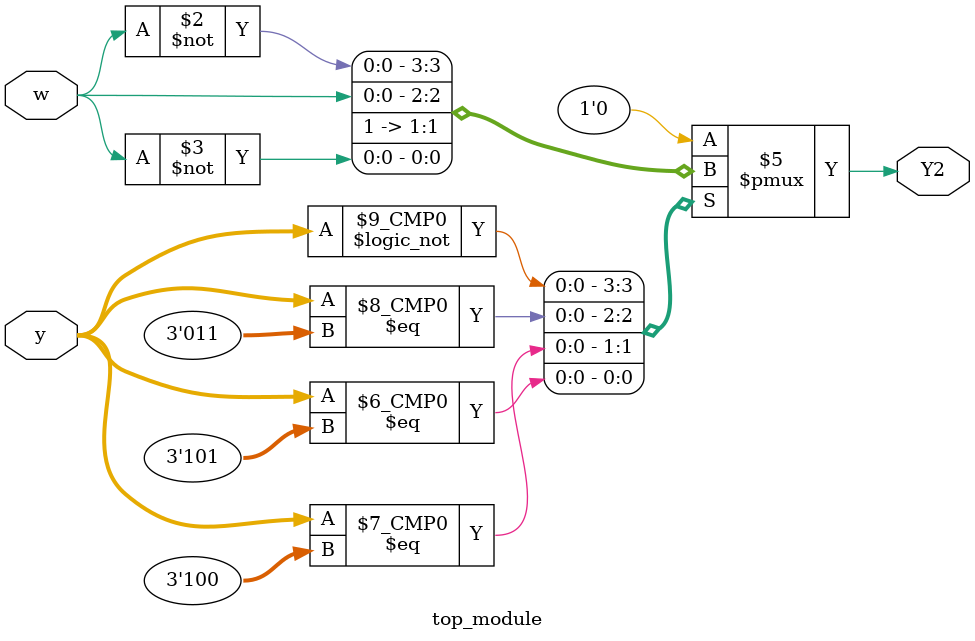
<source format=sv>
module top_module(
    input [3:1] y,
    input w,
    output reg Y2
);

always @(*) begin
    case (y)
        3'b000: Y2 = ~w;  // State A
        3'b001: Y2 = 1'b0; // State B
        3'b010: Y2 = 1'b0; // State C
        3'b011: Y2 = w;   // State D
        3'b100: Y2 = 1'b1; // State E
        3'b101: Y2 = ~w;  // State F
        default: Y2 = 1'b0;
    endcase
end

endmodule

</source>
